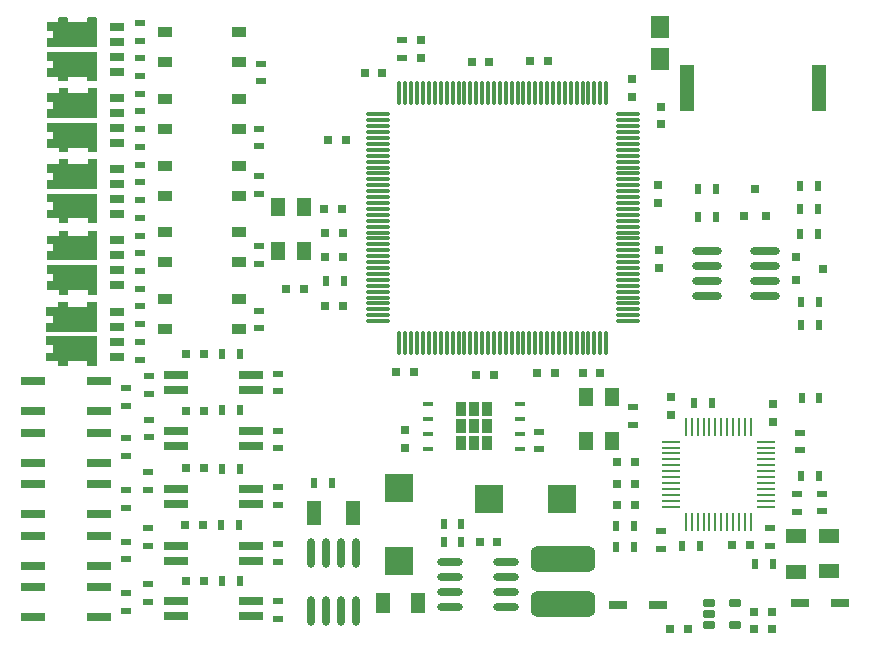
<source format=gtp>
%FSTAX25Y25*%
%MOIN*%
%SFA1B1*%

%IPPOS*%
%AMD11*
4,1,8,0.014500,0.012800,-0.014500,0.012800,-0.020900,0.006400,-0.020900,-0.006400,-0.014500,-0.012800,0.014500,-0.012800,0.020900,-0.006400,0.020900,0.006400,0.014500,0.012800,0.0*
1,1,0.012800,0.014500,0.006400*
1,1,0.012800,-0.014500,0.006400*
1,1,0.012800,-0.014500,-0.006400*
1,1,0.012800,0.014500,-0.006400*
%
%AMD24*
4,1,8,-0.087100,-0.042300,0.087100,-0.042300,0.108300,-0.021200,0.108300,0.021200,0.087100,0.042300,-0.087100,0.042300,-0.108300,0.021200,-0.108300,-0.021200,-0.087100,-0.042300,0.0*
1,1,0.042320,-0.087100,-0.021200*
1,1,0.042320,0.087100,-0.021200*
1,1,0.042320,0.087100,0.021200*
1,1,0.042320,-0.087100,0.021200*
%
%ADD10R,0.031500X0.031500*%
G04~CAMADD=11~8~0.0~0.0~417.3~255.9~64.0~0.0~15~0.0~0.0~0.0~0.0~0~0.0~0.0~0.0~0.0~0~0.0~0.0~0.0~0.0~417.3~255.9*
%ADD11D11*%
%ADD12R,0.049210X0.025590*%
%ADD13R,0.039760X0.028540*%
%ADD14R,0.039370X0.028150*%
%ADD15R,0.030710X0.039370*%
%ADD16R,0.031500X0.039370*%
%ADD17R,0.039370X0.028540*%
%ADD18R,0.049210X0.062990*%
%ADD19O,0.086610X0.023620*%
%ADD20R,0.045280X0.035430*%
%ADD21R,0.080000X0.026000*%
%ADD22R,0.045280X0.070870*%
%ADD23O,0.027560X0.098420*%
G04~CAMADD=24~8~0.0~0.0~2165.4~846.5~211.6~0.0~15~0.0~0.0~0.0~0.0~0~0.0~0.0~0.0~0.0~0~0.0~0.0~0.0~180.0~2166.0~847.0*
%ADD24D24*%
%ADD25R,0.070870X0.045280*%
%ADD26R,0.049210X0.078740*%
%ADD27R,0.030000X0.030000*%
%ADD28R,0.059050X0.076770*%
%ADD29R,0.047240X0.157480*%
%ADD30O,0.061020X0.009840*%
%ADD31O,0.009840X0.061020*%
%ADD32O,0.011810X0.082680*%
%ADD33O,0.082680X0.011810*%
%ADD34R,0.035430X0.015750*%
%ADD36R,0.062990X0.031500*%
%ADD37R,0.023620X0.035430*%
%ADD38R,0.035430X0.023620*%
%ADD39R,0.096460X0.096460*%
%ADD40R,0.031500X0.031500*%
%ADD41O,0.098420X0.027560*%
%ADD42R,0.030000X0.030000*%
%ADD43R,0.096460X0.096460*%
%ADD77R,0.036610X0.048420*%
%ADD78R,0.036610X0.048420*%
%LNrobocontroller-1*%
%LPD*%
G36*
X0067126Y-0089764D02*
Y-0098032D01*
X0050394*
Y-0095079*
X0052559*
Y-0092618*
X0050394*
Y-0089764*
X0054331*
Y-0088189*
X0057579*
Y-0089764*
X0063976*
Y-0088189*
X0067126*
Y-0089764*
G37*
G36*
Y-0084055D02*
Y-008563D01*
X0063976*
Y-0084055*
X0057579*
Y-008563*
X0054331*
Y-0084055*
X0050394*
Y-0081201*
X0052559*
Y-007874*
X0050394*
Y-0075787*
X0067126*
Y-0084055*
G37*
G36*
Y-0107874D02*
Y-0109449D01*
X0063976*
Y-0107874*
X0057579*
Y-0109449*
X0054331*
Y-0107874*
X0050394*
Y-010502*
X0052559*
Y-0102559*
X0050394*
Y-0099606*
X0067126*
Y-0107874*
G37*
G36*
X0066929Y-0131693D02*
Y-0133268D01*
X0063779*
Y-0131693*
X0057382*
Y-0133268*
X0054134*
Y-0131693*
X0050197*
Y-0128839*
X0052362*
Y-0126378*
X0050197*
Y-0123425*
X0066929*
Y-0131693*
G37*
G36*
Y-0113583D02*
Y-012185D01*
X0050197*
Y-0118898*
X0052362*
Y-0116437*
X0050197*
Y-0113583*
X0054134*
Y-0112008*
X0057382*
Y-0113583*
X0063779*
Y-0112008*
X0066929*
Y-0113583*
G37*
G36*
X0067028Y-0036791D02*
Y-0038366D01*
X0063878*
Y-0036791*
X005748*
Y-0038366*
X0054232*
Y-0036791*
X0050295*
Y-0033937*
X0052461*
Y-0031477*
X0050295*
Y-0028524*
X0067028*
Y-0036791*
G37*
G36*
Y-0018681D02*
Y-0026949D01*
X0050295*
Y-0023996*
X0052461*
Y-0021535*
X0050295*
Y-0018681*
X0054232*
Y-0017106*
X005748*
Y-0018681*
X0063878*
Y-0017106*
X0067028*
Y-0018681*
G37*
G36*
X0067126Y-0042323D02*
Y-0050591D01*
X0050394*
Y-0047638*
X0052559*
Y-0045177*
X0050394*
Y-0042323*
X0054331*
Y-0040748*
X0057579*
Y-0042323*
X0063976*
Y-0040748*
X0067126*
Y-0042323*
G37*
G36*
Y-0065945D02*
Y-0074213D01*
X0050394*
Y-007126*
X0052559*
Y-0068799*
X0050394*
Y-0065945*
X0054331*
Y-006437*
X0057579*
Y-0065945*
X0063976*
Y-006437*
X0067126*
Y-0065945*
G37*
G36*
Y-0060433D02*
Y-0062008D01*
X0063976*
Y-0060433*
X0057579*
Y-0062008*
X0054331*
Y-0060433*
X0050394*
Y-0057579*
X0052559*
Y-0055118*
X0050394*
Y-0052165*
X0067126*
Y-0060433*
G37*
G54D10*
X0263976Y-0220866D03*
X0258071D03*
X0286024Y-0215354D03*
X0291929D03*
X0286024Y-0220866D03*
X0291929D03*
X0149016Y-0088829D03*
X014311D03*
X0144095Y-0057874D03*
X015D03*
X0102756Y-0204921D03*
X009685D03*
X0142913Y-0080905D03*
X0148819D03*
X0149016Y-0096949D03*
X014311D03*
Y-0113189D03*
X0149016D03*
X0130118Y-0107677D03*
X0136024D03*
X0102756Y-0129134D03*
X009685D03*
X0166732Y-0135236D03*
X0172638D03*
X0193504Y-0136417D03*
X0199409D03*
X0213779Y-013563D03*
X0219685D03*
X0228937D03*
X0234842D03*
X027874Y-0192913D03*
X0284646D03*
X0240551Y-0179552D03*
X0246457D03*
X0240551Y-0172478D03*
X0246457D03*
X0240551Y-0165404D03*
X0246457D03*
X0217323Y-0031496D03*
X0211417D03*
X0197835Y-003189D03*
X0191929D03*
X0156299Y-003563D03*
X0162205D03*
X0194685Y-0191929D03*
X0200591D03*
X0102362Y-0186221D03*
X0096457D03*
X0102756Y-0167323D03*
X009685D03*
X0102756Y-0148228D03*
X009685D03*
G54D11*
X0279919Y-0212205D03*
Y-0219685D03*
X0271258D03*
Y-0212205D03*
Y-0215945D03*
G54D12*
X0060532Y-0032461D03*
Y-0023012D03*
X0073819Y-0035236D03*
Y-0030236D03*
Y-0020236D03*
Y-0025236D03*
X0073917Y-0048878D03*
Y-0043878D03*
Y-0053878D03*
Y-0058878D03*
X006063Y-0046654D03*
Y-0056102D03*
Y-0079724D03*
Y-0070276D03*
X0073917Y-00825D03*
Y-00775D03*
Y-00675D03*
Y-00725D03*
Y-0096319D03*
Y-0091319D03*
Y-0101319D03*
Y-0106319D03*
X006063Y-0094095D03*
Y-0103543D03*
X0060433Y-0127362D03*
Y-0117913D03*
X0073721Y-0130138D03*
Y-0125138D03*
Y-0115138D03*
Y-0120138D03*
G54D13*
X0052362Y-0025473D03*
X0052461Y-0049114D03*
Y-0072736D03*
Y-0096555D03*
X0052264Y-0120374D03*
G54D14*
X0052264Y-0020059D03*
X0052362Y-0043701D03*
Y-0067323D03*
Y-0091142D03*
X0052165Y-0114961D03*
G54D15*
X0065453Y-0019075D03*
X0065495Y-0036336D03*
X0065594Y-0059978D03*
X0065551Y-0042717D03*
Y-0066339D03*
X0065594Y-00836D03*
Y-0107419D03*
X0065551Y-0090158D03*
X0065354Y-0113976D03*
X0065397Y-0131238D03*
G54D16*
X0055807Y-0019075D03*
X0055895Y-0036336D03*
X0055994Y-0059978D03*
X0055905Y-0042717D03*
Y-0066339D03*
X0055994Y-00836D03*
Y-0107419D03*
X0055905Y-0090158D03*
X0055709Y-0113976D03*
X0055797Y-0131238D03*
G54D17*
X0052295Y-0030036D03*
X0052264Y-0035364D03*
X0052362Y-0059006D03*
X0052394Y-0053678D03*
Y-00773D03*
X0052362Y-0082628D03*
Y-0106447D03*
X0052394Y-0101119D03*
X0052197Y-0124938D03*
X0052165Y-0130266D03*
G54D18*
X0136221Y-0080315D03*
Y-0094882D03*
X0127559D03*
Y-0080315D03*
X0238779Y-0143701D03*
Y-0158268D03*
X0230118D03*
Y-0143701D03*
G54D19*
X0203543Y-0213602D03*
Y-0208602D03*
Y-0203602D03*
Y-0198602D03*
X0184646Y-0213602D03*
Y-0208602D03*
Y-0203602D03*
Y-0198602D03*
G54D20*
X0114468Y-0110827D03*
X0089862D03*
X0114468Y-0120827D03*
X0089862D03*
X0114468Y-0044242D03*
X0089862D03*
X0114468Y-0054242D03*
X0089862D03*
X0114468Y-0022047D03*
X0089862D03*
X0114468Y-0032047D03*
X0089862D03*
X0114468Y-0088632D03*
X0089862D03*
X0114468Y-0098632D03*
X0089862D03*
X0114468Y-0066437D03*
X0089862D03*
X0114468Y-0076437D03*
X0089862D03*
G54D21*
X0067669Y-0217087D03*
X0045669D03*
X0067669Y-0207087D03*
X0045669D03*
X0118504Y-0216614D03*
X0093504D03*
X0118504Y-0211614D03*
X0093504D03*
X0067669Y-0148386D03*
X0045669D03*
X0067669Y-0138386D03*
X0045669D03*
X0067669Y-0165561D03*
X0045669D03*
X0067669Y-0155561D03*
X0045669D03*
X0067669Y-0182736D03*
X0045669D03*
X0067669Y-0172736D03*
X0045669D03*
X0067669Y-0199911D03*
X0045669D03*
X0067669Y-0189911D03*
X0045669D03*
X0118504Y-0141142D03*
X0093504D03*
X0118504Y-0136142D03*
X0093504D03*
X0118504Y-0198228D03*
X0093504D03*
X0118504Y-0193228D03*
X0093504D03*
X0118504Y-0179213D03*
X0093504D03*
X0118504Y-0174213D03*
X0093504D03*
X0118504Y-0160039D03*
X0093504D03*
X0118504Y-0155039D03*
X0093504D03*
G54D22*
X0174213Y-0212402D03*
X0162402D03*
G54D23*
X0138524Y-0214854D03*
X0143524D03*
X0148524D03*
X0153524D03*
X0138524Y-0195562D03*
X0143524D03*
X0148524D03*
X0153524D03*
G54D24*
X0222441Y-0197441D03*
Y-0212598D03*
G54D25*
X0311024Y-0201575D03*
Y-0189764D03*
X0300197Y-0189961D03*
Y-0201772D03*
G54D26*
X0152563Y-0182283D03*
X0139563D03*
G54D27*
X0300252Y-0104537D03*
Y-0097037D03*
X0309252Y-0100787D03*
G54D28*
X0254823Y-0020177D03*
Y-0031004D03*
G54D29*
X0263779Y-0040551D03*
X0307874D03*
G54D30*
X0258366Y-0158465D03*
Y-0160433D03*
Y-0162401D03*
Y-016437D03*
Y-0166339D03*
Y-0168307D03*
Y-0170276D03*
Y-0172244D03*
Y-0174213D03*
Y-0176181D03*
Y-017815D03*
Y-0180118D03*
X0290059D03*
Y-017815D03*
Y-0176181D03*
Y-0174213D03*
Y-0172244D03*
Y-0170276D03*
Y-0168307D03*
Y-0166339D03*
Y-016437D03*
Y-0162401D03*
Y-0160433D03*
Y-0158465D03*
G54D31*
X0263386Y-0185138D03*
X0265354D03*
X0267323D03*
X0269291D03*
X027126D03*
X0273228D03*
X0275197D03*
X0277165D03*
X0279134D03*
X0281102D03*
X0283071D03*
X0285039D03*
Y-0153445D03*
X0283071D03*
X0281102D03*
X0279134D03*
X0277165D03*
X0275197D03*
X0273228D03*
X027126D03*
X0269291D03*
X0267323D03*
X0265354D03*
X0263386D03*
G54D32*
X0167913Y-0042126D03*
X0169882D03*
X017185D03*
X0173819D03*
X0175787D03*
X0177756D03*
X0179724D03*
X0181693D03*
X0183661D03*
X018563D03*
X0187598D03*
X0189567D03*
X0191535D03*
X0193504D03*
X0195473D03*
X0197441D03*
X0199409D03*
X0201378D03*
X0203346D03*
X0205315D03*
X0207283D03*
X0209252D03*
X0211221D03*
X0213189D03*
X0215158D03*
X0217126D03*
X0219094D03*
X0221063D03*
X0223031D03*
X0225D03*
X0226969D03*
X0228937D03*
X0230906D03*
X0232874D03*
X0234842D03*
X0236811D03*
Y-0125591D03*
X0234842D03*
X0232874D03*
X0230906D03*
X0228937D03*
X0226969D03*
X0225D03*
X0223031D03*
X0221063D03*
X0219094D03*
X0217126D03*
X0215158D03*
X0213189D03*
X0211221D03*
X0209252D03*
X0207283D03*
X0205315D03*
X0203346D03*
X0201378D03*
X0199409D03*
X0197441D03*
X0195473D03*
X0193504D03*
X0191535D03*
X0189567D03*
X0187598D03*
X018563D03*
X0183661D03*
X0181693D03*
X0179724D03*
X0177756D03*
X0175787D03*
X0173819D03*
X017185D03*
X0169882D03*
X0167913D03*
G54D33*
X0244094Y-0049409D03*
Y-0051378D03*
Y-0053346D03*
Y-0055315D03*
Y-0057284D03*
Y-0059252D03*
Y-0061221D03*
Y-0063189D03*
Y-0065158D03*
Y-0067126D03*
Y-0069095D03*
Y-0071063D03*
Y-0073032D03*
Y-0075D03*
Y-0076968D03*
Y-0078937D03*
Y-0080905D03*
Y-0082874D03*
Y-0084842D03*
Y-0086811D03*
Y-0088779D03*
Y-0090748D03*
Y-0092716D03*
Y-0094685D03*
Y-0096653D03*
Y-0098622D03*
Y-0100591D03*
Y-0102559D03*
Y-0104527D03*
Y-0106496D03*
Y-0108465D03*
Y-0110433D03*
Y-0112402D03*
Y-011437D03*
Y-0116339D03*
Y-0118307D03*
X016063D03*
Y-0116339D03*
Y-011437D03*
Y-0112402D03*
Y-0110433D03*
Y-0108465D03*
Y-0106496D03*
Y-0104527D03*
Y-0102559D03*
Y-0100591D03*
Y-0098622D03*
Y-0096653D03*
Y-0094685D03*
Y-0092716D03*
Y-0090748D03*
Y-0088779D03*
Y-0086811D03*
Y-0084842D03*
Y-0082874D03*
Y-0080905D03*
Y-0078937D03*
Y-0076968D03*
Y-0075D03*
Y-0073032D03*
Y-0071063D03*
Y-0069095D03*
Y-0067126D03*
Y-0065158D03*
Y-0063189D03*
Y-0061221D03*
Y-0059252D03*
Y-0057284D03*
Y-0055315D03*
Y-0053346D03*
Y-0051378D03*
Y-0049409D03*
G54D34*
X0208012Y-0160846D03*
Y-0155847D03*
Y-0150847D03*
Y-0145846D03*
X0177421Y-0160846D03*
Y-0155847D03*
Y-0150847D03*
Y-0145846D03*
G54D36*
X0314764Y-0212205D03*
X0301378D03*
X0254134Y-0212795D03*
X0240748D03*
G54D37*
X0307283Y-0080905D03*
X0301378D03*
X011437Y-0186221D03*
X0108465D03*
X0149409Y-0105069D03*
X0143504D03*
X0114764Y-0129134D03*
X0108858D03*
X0114764Y-0204921D03*
X0108858D03*
X0301378Y-0073425D03*
X0307283D03*
X0301575Y-0089173D03*
X030748D03*
X0301772Y-0112008D03*
X0307677D03*
Y-0119685D03*
X0301772D03*
X0301969Y-0144095D03*
X0307874D03*
X0301772Y-0170079D03*
X0307677D03*
X0292323Y-0199409D03*
X0286417D03*
X026811Y-0193307D03*
X0262205D03*
X0246063Y-0193701D03*
X0240158D03*
X0246063Y-0186627D03*
X0240158D03*
X0266142Y-0145472D03*
X0272047D03*
X0273425Y-007441D03*
X026752D03*
Y-0083465D03*
X0273425D03*
X0188583Y-0185827D03*
X0182677D03*
X0188583Y-0191929D03*
X0182677D03*
X0145473Y-0172244D03*
X0139567D03*
X0114764Y-016752D03*
X0108858D03*
X0114764Y-0148031D03*
X0108858D03*
G54D38*
X0081299Y-0024803D03*
Y-0018898D03*
Y-0036614D03*
Y-0030709D03*
Y-0048425D03*
Y-004252D03*
Y-0060236D03*
Y-0054331D03*
X0076772Y-0214961D03*
Y-0209055D03*
X0084055Y-0205906D03*
Y-0211811D03*
X0076772Y-0197736D03*
Y-0191831D03*
X0084055Y-0187402D03*
Y-0193307D03*
X0121063Y-0093209D03*
Y-0099114D03*
Y-0114764D03*
Y-0120669D03*
X0127362Y-0135827D03*
Y-0141732D03*
X0081299Y-0072047D03*
Y-0066142D03*
Y-0083858D03*
Y-0077953D03*
Y-0095669D03*
Y-0089764D03*
Y-010748D03*
Y-0101575D03*
Y-0119291D03*
Y-0113386D03*
Y-0131102D03*
Y-0125197D03*
X0076772Y-0146457D03*
Y-0140551D03*
X0084449Y-014252D03*
Y-0136614D03*
Y-0151181D03*
Y-0157087D03*
X0076772Y-0163287D03*
Y-0157382D03*
X0084055Y-0168701D03*
Y-0174606D03*
X0076772Y-0180512D03*
Y-0174606D03*
X0127362Y-0173721D03*
Y-0179626D03*
Y-0192667D03*
Y-0198573D03*
Y-021752D03*
Y-0211614D03*
X021437Y-0155118D03*
Y-0161024D03*
X0245669Y-0147047D03*
Y-0152953D03*
X0301378Y-0155512D03*
Y-0161417D03*
X0308858Y-0175787D03*
Y-0181693D03*
X0300394Y-0175984D03*
Y-018189D03*
X0291535Y-019311D03*
Y-0187205D03*
X0255118Y-0188386D03*
Y-0194291D03*
X0168701Y-0030512D03*
Y-0024606D03*
X0127362Y-0154774D03*
Y-0160679D03*
X0121063Y-0070079D03*
Y-0075984D03*
Y-0060039D03*
Y-0054134D03*
X0121653Y-0038386D03*
Y-003248D03*
G54D39*
X0167717Y-0173819D03*
Y-0198228D03*
G54D40*
X0169882Y-0154528D03*
Y-0160433D03*
X0292323Y-0145866D03*
Y-0151772D03*
X0258465Y-0143701D03*
Y-0149606D03*
X0254331Y-0100591D03*
Y-0094685D03*
X0253937Y-0078937D03*
Y-0073032D03*
X0255118Y-004685D03*
Y-0052756D03*
X0245472Y-0037598D03*
Y-0043504D03*
X0175197Y-0024606D03*
Y-0030512D03*
G54D41*
X0289764Y-0109862D03*
Y-0104862D03*
Y-0099862D03*
Y-0094862D03*
X0270472Y-0109862D03*
Y-0104862D03*
Y-0099862D03*
Y-0094862D03*
G54D42*
X0290167Y-008341D03*
X0282667D03*
X0286417Y-007441D03*
G54D43*
X0197835Y-0177559D03*
X0222244D03*
G54D77*
X0197165Y-0158976D03*
Y-0153347D03*
Y-0147717D03*
G54D78*
X0192717Y-0158976D03*
Y-0153347D03*
Y-0147717D03*
X0188268Y-0158976D03*
Y-0153347D03*
Y-0147717D03*
M02*
</source>
